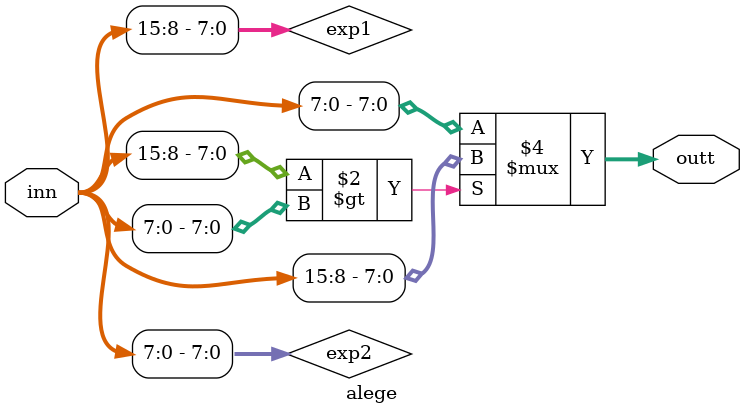
<source format=v>
`timescale 1ns / 1ps


module alege(inn, outt);
    output reg[7:0] outt;
    input[15:0] inn;
    wire[7:0] exp1, exp2;
    
    assign exp1 = inn[15:8];
    assign exp2 = inn[7:0];
    
    always @(*)
        if (exp1 > exp2)
            outt <= exp1;
        else 
            outt <= exp2;
endmodule

</source>
